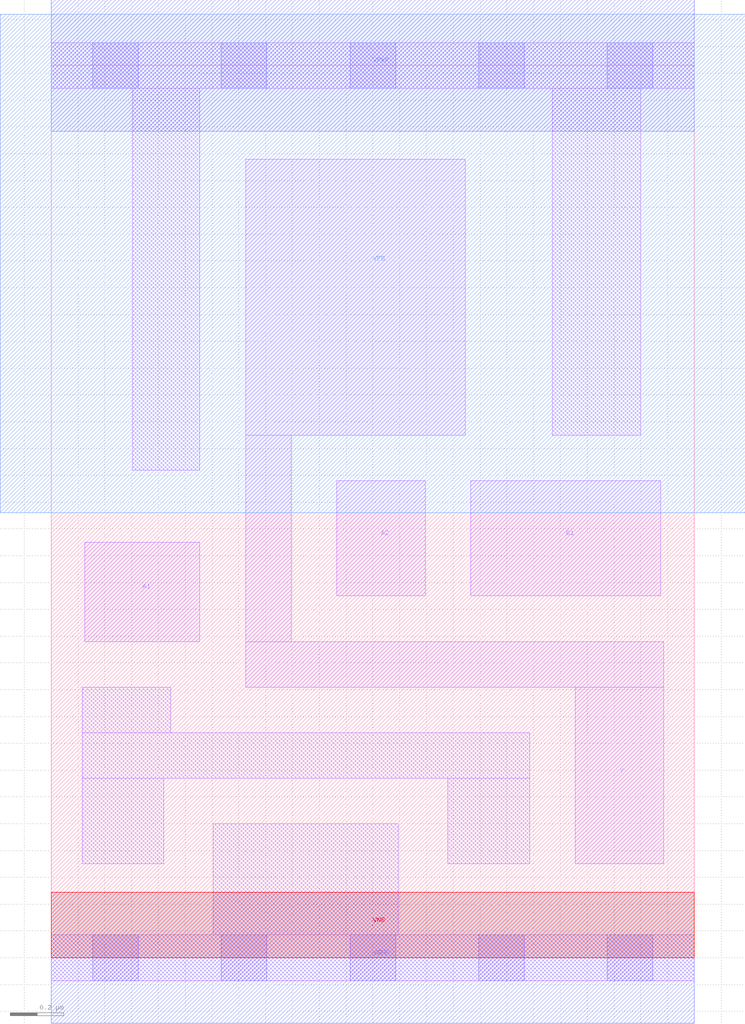
<source format=lef>
# Copyright 2020 The SkyWater PDK Authors
#
# Licensed under the Apache License, Version 2.0 (the "License");
# you may not use this file except in compliance with the License.
# You may obtain a copy of the License at
#
#     https://www.apache.org/licenses/LICENSE-2.0
#
# Unless required by applicable law or agreed to in writing, software
# distributed under the License is distributed on an "AS IS" BASIS,
# WITHOUT WARRANTIES OR CONDITIONS OF ANY KIND, either express or implied.
# See the License for the specific language governing permissions and
# limitations under the License.
#
# SPDX-License-Identifier: Apache-2.0

VERSION 5.7 ;
  NOWIREEXTENSIONATPIN ON ;
  DIVIDERCHAR "/" ;
  BUSBITCHARS "[]" ;
MACRO sky130_fd_sc_hs__o21ai_1
  CLASS CORE ;
  FOREIGN sky130_fd_sc_hs__o21ai_1 ;
  ORIGIN  0.000000  0.000000 ;
  SIZE  2.400000 BY  3.330000 ;
  SYMMETRY X Y ;
  SITE unit ;
  PIN A1
    ANTENNAGATEAREA  0.279000 ;
    DIRECTION INPUT ;
    USE SIGNAL ;
    PORT
      LAYER li1 ;
        RECT 0.125000 1.180000 0.555000 1.550000 ;
    END
  END A1
  PIN A2
    ANTENNAGATEAREA  0.279000 ;
    DIRECTION INPUT ;
    USE SIGNAL ;
    PORT
      LAYER li1 ;
        RECT 1.065000 1.350000 1.395000 1.780000 ;
    END
  END A2
  PIN B1
    ANTENNAGATEAREA  0.279000 ;
    DIRECTION INPUT ;
    USE SIGNAL ;
    PORT
      LAYER li1 ;
        RECT 1.565000 1.350000 2.275000 1.780000 ;
    END
  END B1
  PIN Y
    ANTENNADIFFAREA  0.828300 ;
    DIRECTION OUTPUT ;
    USE SIGNAL ;
    PORT
      LAYER li1 ;
        RECT 0.725000 1.010000 2.285000 1.180000 ;
        RECT 0.725000 1.180000 0.895000 1.950000 ;
        RECT 0.725000 1.950000 1.545000 2.980000 ;
        RECT 1.955000 0.350000 2.285000 1.010000 ;
    END
  END Y
  PIN VGND
    DIRECTION INOUT ;
    USE GROUND ;
    PORT
      LAYER met1 ;
        RECT 0.000000 -0.245000 2.400000 0.245000 ;
    END
  END VGND
  PIN VNB
    DIRECTION INOUT ;
    USE GROUND ;
    PORT
      LAYER pwell ;
        RECT 0.000000 0.000000 2.400000 0.245000 ;
    END
  END VNB
  PIN VPB
    DIRECTION INOUT ;
    USE POWER ;
    PORT
      LAYER nwell ;
        RECT -0.190000 1.660000 2.590000 3.520000 ;
    END
  END VPB
  PIN VPWR
    DIRECTION INOUT ;
    USE POWER ;
    PORT
      LAYER met1 ;
        RECT 0.000000 3.085000 2.400000 3.575000 ;
    END
  END VPWR
  OBS
    LAYER li1 ;
      RECT 0.000000 -0.085000 2.400000 0.085000 ;
      RECT 0.000000  3.245000 2.400000 3.415000 ;
      RECT 0.115000  0.350000 0.420000 0.670000 ;
      RECT 0.115000  0.670000 1.785000 0.840000 ;
      RECT 0.115000  0.840000 0.445000 1.010000 ;
      RECT 0.305000  1.820000 0.555000 3.245000 ;
      RECT 0.605000  0.085000 1.295000 0.500000 ;
      RECT 1.480000  0.350000 1.785000 0.670000 ;
      RECT 1.870000  1.950000 2.200000 3.245000 ;
    LAYER mcon ;
      RECT 0.155000 -0.085000 0.325000 0.085000 ;
      RECT 0.155000  3.245000 0.325000 3.415000 ;
      RECT 0.635000 -0.085000 0.805000 0.085000 ;
      RECT 0.635000  3.245000 0.805000 3.415000 ;
      RECT 1.115000 -0.085000 1.285000 0.085000 ;
      RECT 1.115000  3.245000 1.285000 3.415000 ;
      RECT 1.595000 -0.085000 1.765000 0.085000 ;
      RECT 1.595000  3.245000 1.765000 3.415000 ;
      RECT 2.075000 -0.085000 2.245000 0.085000 ;
      RECT 2.075000  3.245000 2.245000 3.415000 ;
  END
END sky130_fd_sc_hs__o21ai_1
END LIBRARY

</source>
